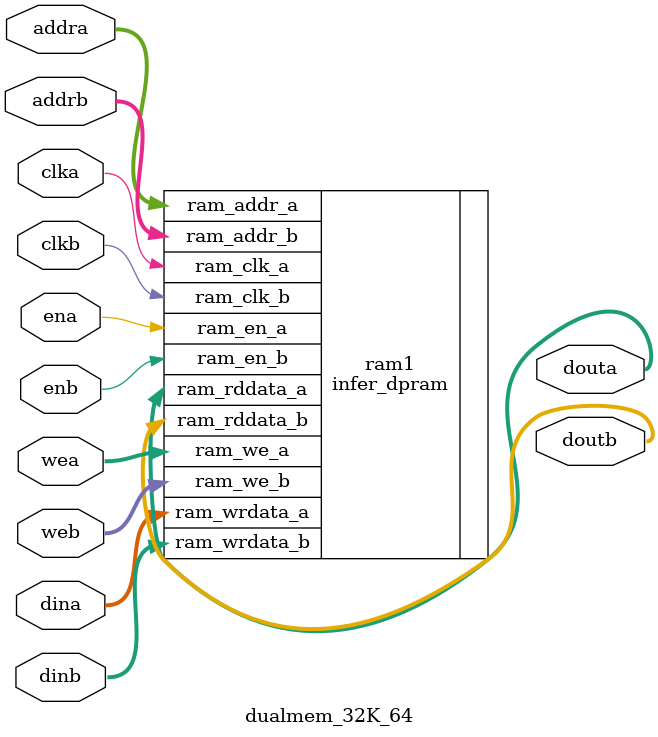
<source format=sv>

module dualmem_32K_64(clka, clkb, dina, dinb, addra, addrb, wea, web, douta, doutb, ena, enb);

   input wire clka, clkb;
   input [63:0] dina;
   input [63:0] dinb;
   input [10:0] addra;
   input [10:0] addrb;
   input [7:0]        wea;
   input [7:0]        web;
   input [0:0]        ena, enb;
   output [63:0]      douta;
   output [63:0]      doutb;

   genvar r;

`ifdef FPGA
   
   generate for (r = 0; r < 2; r=r+1)
     RAMB16_S36_S36
     RAMB16_S36_S36_inst
       (
        .CLKA   ( clka                     ),     // Port A Clock
        .DOA    ( douta[r*32 +: 32]          ),     // Port A 1-bit Data Output
        .DOPA   (                          ),
        .ADDRA  ( addra                    ),     // Port A 14-bit Address Input
        .DIA    ( dina[r*32 +: 32]           ),     // Port A 1-bit Data Input
        .DIPA   ( 1'b0                     ),
        .ENA    ( ena                      ),     // Port A RAM Enable Input
        .SSRA   ( 1'b0                     ),     // Port A Synchronous Set/Reset Input
        .WEA    ( wea[r]                   ),     // Port A Write Enable Input
        .CLKB   ( clkb                     ),     // Port B Clock
        .DOB    ( doutb[r*32 +: 32]          ),     // Port B 1-bit Data Output
        .DOPB   (                          ),
        .ADDRB  ( addrb                    ),     // Port B 14-bit Address Input
        .DIB    ( dinb[r*32 +: 32]           ),     // Port B 1-bit Data Input
        .DIPB   ( 1'b0                     ),
        .ENB    ( enb                      ),     // Port B RAM Enable Input
        .SSRB   ( 1'b0                     ),     // Port B Synchronous Set/Reset Input
        .WEB    ( web[r]                   )      // Port B Write Enable Input
        );
   endgenerate

`else // !`ifdef FPGA

infer_dpram #(.RAM_SIZE(12), .BYTE_WIDTH(8)) ram1 // RAM_SIZE is in words
(
.ram_clk_a(clka),
.ram_en_a(ena),
.ram_we_a(wea),
.ram_addr_a(addra),
.ram_wrdata_a(dina),
.ram_rddata_a(douta),
.ram_clk_b(clkb),
.ram_en_b(enb),
.ram_we_b(web),
.ram_addr_b(addrb),
.ram_wrdata_b(dinb),
.ram_rddata_b(doutb)
 );
   
`endif
   
endmodule // dualmem

</source>
